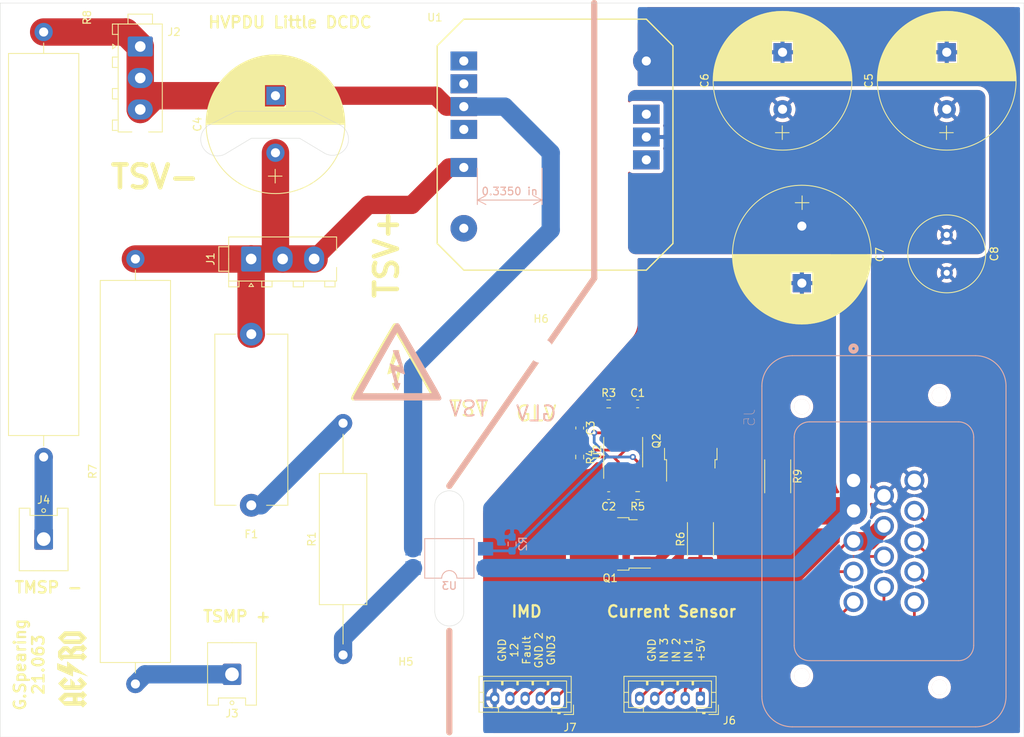
<source format=kicad_pcb>
(kicad_pcb (version 20171130) (host pcbnew 5.1.7-a382d34a8~88~ubuntu18.04.1)
  (layers (0 F.Cu signal) (31 B.Cu signal) (34 B.Paste user) (35 F.Paste user) (36 B.SilkS user) (37 F.SilkS user) (38 B.Mask user) (39 F.Mask user) (44 Edge.Cuts user))
  (net 0 "")
  (net 1 GND)
  (net 2 "Net-(C1-Pad1)")
  (net 3 /TSAL_on_HVPDU/pass)
  (net 4 VCC)
  (net 5 /TSV-)
  (net 6 /TSV+)
  (net 7 /+DCDC_OUT)
  (net 8 /TSAL_TSV+)
  (net 9 /TSV+_TSMP)
  (net 10 /TSV-_TSMP)
  (net 11 /GND_Electric)
  (net 12 /GND_Chassis)
  (net 13 GNDREF)
  (net 14 /INPUT2)
  (net 15 /INPUT1)
  (net 16 +5V)
  (net 17 /Fault_IND)
  (net 18 +12V)
  (net 19 "Net-(Q1-Pad2)")
  (net 20 "Net-(Q1-Pad1)")
  (net 21 /RED_ON_GND)
  (net 22 "Net-(R1-Pad1)")
  (net 23 "Net-(R3-Pad2)")
  (net 24 /TSAL_on_HVPDU/555_OUT)
  (net 25 /INPUT3)
  (net 26 "Net-(Q2-Pad2)")
  (module AERO_CUSTOM:AERO_Logo_10x4mm (layer F.Cu) (at 80.645 113.03 90)
    (fp_text reference G*** hide)
    (fp_text value LOGO hide)
  )
  (module AERO_Logo:hv_big (layer B.Cu) (at 123.825 78.105 180)
    (fp_text reference Ref** hide)
    (fp_text value Val** hide)
  )
  (module AERO_Logo:hv_big (layer F.Cu) (at 122.555 78.105)
    (fp_text reference Ref** hide)
    (fp_text value Val** hide)
  )
  (module Resistor_SMD:R_2512_6332Metric_Pad1.40x3.35mm_HandSolder (layer F.Cu) (at 173.355 87.63 270)
    (fp_text reference R9 (at 0 -2.62 90) (layer F.SilkS))
    (fp_text value 1.0)
    (pad 2 smd roundrect (at 3.05 0 270) (size 1.4 3.35) (layers F.Cu F.Paste F.Mask) (roundrect_rratio 0.178571) (net 21 /RED_ON_GND))
    (pad 1 smd roundrect (at -3.05 0 270) (size 1.4 3.35) (layers F.Cu F.Paste F.Mask) (roundrect_rratio 0.178571) (net 26 "Net-(Q2-Pad2)"))
  )
  (module AERO_CUSTOM:EPM1510SJ (layer F.Cu) (at 132.08 33.02)
    (fp_text reference U1 (at -3.81 -5.715) (layer F.SilkS))
    (fp_text value EPM1510SJ)
    (pad 8 thru_hole rect (at 0 0) (size 3.5 2.5) (drill 1.2) (layers *.Cu *.Mask))
    (pad 14 thru_hole custom (at 0 22) (size 3.5 3.5) (drill 1.2) (layers *.Cu *.Mask) (options (clearance outline) (anchor circle)) (primitives))
    (pad 9 thru_hole rect (at 0 3) (size 3.5 2.5) (drill 1.2) (layers *.Cu *.Mask))
    (pad 10 thru_hole rect (at 0 6) (size 3.5 2.5) (drill 1.2) (layers *.Cu *.Mask) (net 5 /TSV-))
    (pad 11 thru_hole rect (at 0 9) (size 3.5 2.5) (drill 1.2) (layers *.Cu *.Mask))
    (pad 12 thru_hole rect (at 0 14) (size 3.5 2.5) (drill 1.2) (layers *.Cu *.Mask) (net 6 /TSV+))
    (pad 7 thru_hole custom (at 24 0) (size 3.5 3.5) (drill 1.2) (layers *.Cu *.Mask) (net 1 GND) (options (clearance outline) (anchor circle)) (primitives))
    (pad 6 thru_hole rect (at 24 7) (size 3.5 2.5) (drill 1.2) (layers *.Cu *.Mask))
    (pad 5 thru_hole rect (at 24 10) (size 3.5 2.5) (drill 1.2) (layers *.Cu *.Mask) (net 7 /+DCDC_OUT))
    (pad 4 thru_hole rect (at 24 13) (size 3.5 2.5) (drill 1.2) (layers *.Cu *.Mask))
  )
  (module AERO_CUSTOM:TE_1-776262-1_14pin_Vertical (layer B.Cu) (at 187.325 96.17 270)
    (fp_text reference J5 (at -16.2708 17.6691 90) (layer B.SilkS) (effects (font (size 1.40128 1.40128) (thickness 0.05)) (justify mirror)))
    (fp_text value Conn_01x14 hide)
    (pad Hole np_thru_hole circle (at 19.2 -7.3 270) (size 2 2) (drill 2) (layers *.Cu *.Mask B.SilkS))
    (pad Hole np_thru_hole circle (at -19.2 -7.3 270) (size 2 2) (drill 2) (layers *.Cu *.Mask B.SilkS))
    (pad Hole np_thru_hole circle (at 17.7 10.8 270) (size 2 2) (drill 2) (layers *.Cu *.Mask B.SilkS))
    (pad Hole np_thru_hole circle (at -17.7 10.8 270) (size 2 2) (drill 2) (layers *.Cu *.Mask B.SilkS))
    (pad 14 thru_hole circle (at 8 -4 270) (size 2.625 2.625) (drill 1.75) (layers *.Cu *.Mask) (net 25 /INPUT3))
    (pad 13 thru_hole circle (at 4 -4 270) (size 2.625 2.625) (drill 1.75) (layers *.Cu *.Mask) (net 14 /INPUT2))
    (pad 12 thru_hole circle (at 0 -4 270) (size 2.625 2.625) (drill 1.75) (layers *.Cu *.Mask) (net 15 /INPUT1))
    (pad 11 thru_hole circle (at -4 -4 270) (size 2.625 2.625) (drill 1.75) (layers *.Cu *.Mask) (net 16 +5V))
    (pad 10 thru_hole circle (at -8 -4 270) (size 2.625 2.625) (drill 1.75) (layers *.Cu *.Mask) (net 1 GND))
    (pad 9 thru_hole circle (at 6 0 270) (size 2.625 2.625) (drill 1.75) (layers *.Cu *.Mask) (net 13 GNDREF))
    (pad 8 thru_hole circle (at 2 0 270) (size 2.625 2.625) (drill 1.75) (layers *.Cu *.Mask) (net 17 /Fault_IND))
    (pad 7 thru_hole circle (at -2 0 270) (size 2.625 2.625) (drill 1.75) (layers *.Cu *.Mask) (net 18 +12V))
    (pad 6 thru_hole circle (at -6 0 270) (size 2.625 2.625) (drill 1.75) (layers *.Cu *.Mask) (net 1 GND))
    (pad 5 thru_hole circle (at 8 4 270) (size 2.625 2.625) (drill 1.75) (layers *.Cu *.Mask) (net 11 /GND_Electric))
    (pad 4 thru_hole circle (at 4 4 270) (size 2.625 2.625) (drill 1.75) (layers *.Cu *.Mask) (net 12 /GND_Chassis))
    (pad 3 thru_hole circle (at 0 4 270) (size 2.625 2.625) (drill 1.75) (layers *.Cu *.Mask) (net 18 +12V))
    (pad 2 thru_hole circle (at -4 4 270) (size 2.625 2.625) (drill 1.75) (layers *.Cu *.Mask) (net 21 /RED_ON_GND))
    (pad 1 thru_hole rect (at -8 4 270) (size 2.625 2.625) (drill 1.75) (layers *.Cu *.Mask) (net 7 /+DCDC_OUT))
  )
  (module Package_DIP:SMDIP-4_W9.53mm (layer B.Cu) (at 130.175 98.425)
    (fp_text reference U3 (at 0 3.6) (layer B.SilkS) (effects (justify mirror)))
    (fp_text value LTV-817S)
    (pad 4 smd rect (at 4.765 1.27) (size 2 1.78) (layers B.Cu B.Paste B.Mask) (net 7 /+DCDC_OUT))
    (pad 2 smd rect (at -4.765 -1.27) (size 2 1.78) (layers B.Cu B.Paste B.Mask) (net 5 /TSV-))
    (pad 3 smd rect (at 4.765 -1.27) (size 2 1.78) (layers B.Cu B.Paste B.Mask) (net 4 VCC))
    (pad 1 smd rect (at -4.765 1.27) (size 2 1.78) (layers B.Cu B.Paste B.Mask) (net 22 "Net-(R1-Pad1)"))
  )
  (module Package_SO:SOIC-8_3.9x4.9mm_P1.27mm (layer F.Cu) (at 153.035 84.455 90)
    (fp_text reference U2 (at 0 -3.4 90) (layer F.SilkS))
    (fp_text value LM555)
    (pad 8 smd roundrect (at 2.475 -1.905 90) (size 1.95 0.6) (layers F.Cu F.Paste F.Mask) (net 4 VCC))
    (pad 7 smd roundrect (at 2.475 -0.635 90) (size 1.95 0.6) (layers F.Cu F.Paste F.Mask) (net 23 "Net-(R3-Pad2)"))
    (pad 6 smd roundrect (at 2.475 0.635 90) (size 1.95 0.6) (layers F.Cu F.Paste F.Mask) (net 3 /TSAL_on_HVPDU/pass))
    (pad 5 smd roundrect (at 2.475 1.905 90) (size 1.95 0.6) (layers F.Cu F.Paste F.Mask) (net 2 "Net-(C1-Pad1)"))
    (pad 4 smd roundrect (at -2.475 1.905 90) (size 1.95 0.6) (layers F.Cu F.Paste F.Mask) (net 4 VCC))
    (pad 3 smd roundrect (at -2.475 0.635 90) (size 1.95 0.6) (layers F.Cu F.Paste F.Mask) (net 24 /TSAL_on_HVPDU/555_OUT))
    (pad 2 smd roundrect (at -2.475 -0.635 90) (size 1.95 0.6) (layers F.Cu F.Paste F.Mask) (net 3 /TSAL_on_HVPDU/pass))
    (pad 1 smd roundrect (at -2.475 -1.905 90) (size 1.95 0.6) (layers F.Cu F.Paste F.Mask) (net 1 GND))
  )
  (module Resistor_THT:R_Axial_Power_L50.0mm_W9.0mm_P55.88mm (layer F.Cu) (at 76.835 85.09 90)
    (fp_text reference R8 (at 57.785 5.715 90) (layer F.SilkS))
    (fp_text value 10k)
    (pad 2 thru_hole oval (at 55.88 0 90) (size 2.4 2.4) (drill 1.2) (layers *.Cu *.Mask) (net 5 /TSV-))
    (pad 1 thru_hole circle (at 0 0 90) (size 2.4 2.4) (drill 1.2) (layers *.Cu *.Mask) (net 10 /TSV-_TSMP))
  )
  (module Resistor_THT:R_Axial_Power_L50.0mm_W9.0mm_P55.88mm (layer F.Cu) (at 88.9 114.935 90)
    (fp_text reference R7 (at 27.94 -5.62 90) (layer F.SilkS))
    (fp_text value 10k)
    (pad 2 thru_hole oval (at 55.88 0 90) (size 2.4 2.4) (drill 1.2) (layers *.Cu *.Mask) (net 6 /TSV+))
    (pad 1 thru_hole circle (at 0 0 90) (size 2.4 2.4) (drill 1.2) (layers *.Cu *.Mask) (net 9 /TSV+_TSMP))
  )
  (module Resistor_SMD:R_2512_6332Metric_Pad1.40x3.35mm_HandSolder (layer F.Cu) (at 163.195 95.885 90)
    (fp_text reference R6 (at 0 -2.62 90) (layer F.SilkS))
    (fp_text value 0.75)
    (pad 2 smd roundrect (at 3.05 0 90) (size 1.4 3.35) (layers F.Cu F.Paste F.Mask) (roundrect_rratio 0.178571) (net 20 "Net-(Q1-Pad1)"))
    (pad 1 smd roundrect (at -3.05 0 90) (size 1.4 3.35) (layers F.Cu F.Paste F.Mask) (roundrect_rratio 0.178571) (net 1 GND))
  )
  (module Resistor_SMD:R_0603_1608Metric_Pad0.98x0.95mm_HandSolder (layer F.Cu) (at 154.94 90.17 180)
    (fp_text reference R5 (at 0 -1.43) (layer F.SilkS))
    (fp_text value 10k)
    (pad 2 smd roundrect (at 0.9125 0 180) (size 0.975 0.95) (layers F.Cu F.Paste F.Mask) (net 24 /TSAL_on_HVPDU/555_OUT))
    (pad 1 smd roundrect (at -0.9125 0 180) (size 0.975 0.95) (layers F.Cu F.Paste F.Mask) (net 19 "Net-(Q1-Pad2)"))
  )
  (module Resistor_SMD:R_0603_1608Metric_Pad0.98x0.95mm_HandSolder (layer F.Cu) (at 147.32 85.09 270)
    (fp_text reference R4 (at 0 -1.43 90) (layer F.SilkS))
    (fp_text value 235k)
    (pad 2 smd roundrect (at 0.9125 0 270) (size 0.975 0.95) (layers F.Cu F.Paste F.Mask) (net 3 /TSAL_on_HVPDU/pass))
    (pad 1 smd roundrect (at -0.9125 0 270) (size 0.975 0.95) (layers F.Cu F.Paste F.Mask) (net 23 "Net-(R3-Pad2)"))
  )
  (module Resistor_SMD:R_0603_1608Metric_Pad0.98x0.95mm_HandSolder (layer F.Cu) (at 151.13 78.105)
    (fp_text reference R3 (at 0 -1.43) (layer F.SilkS))
    (fp_text value 100k)
    (pad 2 smd roundrect (at 0.9125 0) (size 0.975 0.95) (layers F.Cu F.Paste F.Mask) (net 23 "Net-(R3-Pad2)"))
    (pad 1 smd roundrect (at -0.9125 0) (size 0.975 0.95) (layers F.Cu F.Paste F.Mask) (net 4 VCC))
  )
  (module Resistor_SMD:R_0603_1608Metric_Pad0.98x0.95mm_HandSolder (layer B.Cu) (at 138.43 96.52 90)
    (fp_text reference R2 (at 0 1.43 90) (layer B.SilkS) (effects (justify mirror)))
    (fp_text value 10k)
    (pad 2 smd roundrect (at 0.9125 0 90) (size 0.975 0.95) (layers B.Cu B.Paste B.Mask) (net 1 GND))
    (pad 1 smd roundrect (at -0.9125 0 90) (size 0.975 0.95) (layers B.Cu B.Paste B.Mask) (net 4 VCC))
  )
  (module Resistor_THT:R_Axial_DIN0617_L17.0mm_D6.0mm_P30.48mm_Horizontal (layer F.Cu) (at 116.205 111.125 90)
    (fp_text reference R1 (at 15.24 -4.12 90) (layer F.SilkS))
    (fp_text value 39k)
    (pad 2 thru_hole oval (at 30.48 0 90) (size 2.4 2.4) (drill 1.2) (layers *.Cu *.Mask) (net 8 /TSAL_TSV+))
    (pad 1 thru_hole circle (at 0 0 90) (size 2.4 2.4) (drill 1.2) (layers *.Cu *.Mask) (net 22 "Net-(R1-Pad1)"))
  )
  (module Package_TO_SOT_SMD:TO-252-3_TabPin2 (layer F.Cu) (at 161.925 82.975 90)
    (fp_text reference Q2 (at 0 -4.5 90) (layer F.SilkS))
    (fp_text value 040N03LG)
    (pad 2 smd rect (at 2.1 0 90) (size 6.4 5.8) (layers F.Cu F.Mask) (net 26 "Net-(Q2-Pad2)"))
    (pad 3 smd rect (at -4.2 2.28 90) (size 2.2 1.2) (layers F.Cu F.Paste F.Mask) (net 20 "Net-(Q1-Pad1)"))
    (pad 2 smd rect (at -4.2 0 90) (size 2.2 1.2) (layers F.Cu F.Paste F.Mask) (net 26 "Net-(Q2-Pad2)"))
    (pad 1 smd rect (at -4.2 -2.28 90) (size 2.2 1.2) (layers F.Cu F.Paste F.Mask) (net 19 "Net-(Q1-Pad2)"))
  )
  (module Package_TO_SOT_SMD:TO-252-3_TabPin2 (layer F.Cu) (at 151.325 96.52 180)
    (fp_text reference Q1 (at 0 -4.5) (layer F.SilkS))
    (fp_text value 040N03LG)
    (pad 2 smd rect (at 2.1 0 180) (size 6.4 5.8) (layers F.Cu F.Mask) (net 19 "Net-(Q1-Pad2)"))
    (pad 3 smd rect (at -4.2 2.28 180) (size 2.2 1.2) (layers F.Cu F.Paste F.Mask) (net 1 GND))
    (pad 2 smd rect (at -4.2 0 180) (size 2.2 1.2) (layers F.Cu F.Paste F.Mask) (net 19 "Net-(Q1-Pad2)"))
    (pad 1 smd rect (at -4.2 -2.28 180) (size 2.2 1.2) (layers F.Cu F.Paste F.Mask) (net 20 "Net-(Q1-Pad1)"))
  )
  (module Connector_JST:JST_PH_B5B-PH-K_1x05_P2.00mm_Vertical (layer F.Cu) (at 144.145 116.84 180)
    (fp_text reference J7 (at -1.905 -3.81) (layer F.SilkS))
    (fp_text value Conn_01x05)
    (pad 5 thru_hole oval (at 8 0 180) (size 1.2 1.75) (drill 0.75) (layers *.Cu *.Mask) (net 1 GND))
    (pad 4 thru_hole oval (at 6 0 180) (size 1.2 1.75) (drill 0.75) (layers *.Cu *.Mask) (net 18 +12V))
    (pad 3 thru_hole oval (at 4 0 180) (size 1.2 1.75) (drill 0.75) (layers *.Cu *.Mask) (net 17 /Fault_IND))
    (pad 2 thru_hole oval (at 2 0 180) (size 1.2 1.75) (drill 0.75) (layers *.Cu *.Mask) (net 12 /GND_Chassis))
    (pad 1 thru_hole roundrect (at 0 0 180) (size 1.2 1.75) (drill 0.75) (layers *.Cu *.Mask) (roundrect_rratio 0.208333) (net 11 /GND_Electric))
  )
  (module Connector_JST:JST_PH_B5B-PH-K_1x05_P2.00mm_Vertical (layer F.Cu) (at 163.195 116.84 180)
    (fp_text reference J6 (at -3.81 -2.9) (layer F.SilkS))
    (fp_text value Conn_01x05)
    (pad 5 thru_hole oval (at 8 0 180) (size 1.2 1.75) (drill 0.75) (layers *.Cu *.Mask) (net 13 GNDREF))
    (pad 4 thru_hole oval (at 6 0 180) (size 1.2 1.75) (drill 0.75) (layers *.Cu *.Mask) (net 25 /INPUT3))
    (pad 3 thru_hole oval (at 4 0 180) (size 1.2 1.75) (drill 0.75) (layers *.Cu *.Mask) (net 14 /INPUT2))
    (pad 2 thru_hole oval (at 2 0 180) (size 1.2 1.75) (drill 0.75) (layers *.Cu *.Mask) (net 15 /INPUT1))
    (pad 1 thru_hole roundrect (at 0 0 180) (size 1.2 1.75) (drill 0.75) (layers *.Cu *.Mask) (roundrect_rratio 0.208333) (net 16 +5V))
  )
  (module Connector_Hirose:Hirose_DF63M-1P-3.96DSA_1x01_P3.96mm_Vertical (layer F.Cu) (at 76.835 95.885)
    (fp_text reference J4 (at 0 -5.15) (layer F.SilkS))
    (fp_text value DF22)
    (pad "" np_thru_hole circle (at -1.5 3.25) (size 1.6 1.6) (drill 1.6) (layers *.Cu *.Mask))
    (pad 1 thru_hole roundrect (at 0 0) (size 2.46 2.8) (drill 1.8) (layers *.Cu *.Mask) (roundrect_rratio 0.101626) (net 10 /TSV-_TSMP))
  )
  (module Connector_Hirose:Hirose_DF63M-1P-3.96DSA_1x01_P3.96mm_Vertical (layer F.Cu) (at 101.6 113.665 180)
    (fp_text reference J3 (at 0 -5.15) (layer F.SilkS))
    (fp_text value DF22)
    (pad "" np_thru_hole circle (at -1.5 3.25 180) (size 1.6 1.6) (drill 1.6) (layers *.Cu *.Mask))
    (pad 1 thru_hole roundrect (at 0 0 180) (size 2.46 2.8) (drill 1.8) (layers *.Cu *.Mask) (roundrect_rratio 0.101626) (net 9 /TSV+_TSMP))
  )
  (module Connector_TE-Connectivity:TE_MATE-N-LOK_1-770870-x_1x03_P4.14mm_Vertical (layer F.Cu) (at 89.535 31.115)
    (fp_text reference J2 (at 4.445 -1.905) (layer F.SilkS))
    (fp_text value TE_Connector)
    (pad "" np_thru_hole circle (at 0 12.72) (size 3.18 3.18) (drill 3.18) (layers *.Cu *.Mask))
    (pad 3 thru_hole oval (at 0 8.28) (size 3.3 2.64) (drill 1.4) (layers *.Cu *.Mask) (net 5 /TSV-))
    (pad 2 thru_hole oval (at 0 4.14) (size 3.3 2.64) (drill 1.4) (layers *.Cu *.Mask) (net 5 /TSV-))
    (pad 1 thru_hole roundrect (at 0 0) (size 3.3 2.64) (drill 1.4) (layers *.Cu *.Mask) (roundrect_rratio 0.094697) (net 5 /TSV-))
  )
  (module Connector_TE-Connectivity:TE_MATE-N-LOK_1-770870-x_1x03_P4.14mm_Vertical (layer F.Cu) (at 104.12 59.055 90)
    (fp_text reference J1 (at 0 -5.34 90) (layer F.SilkS))
    (fp_text value TE_Connector)
    (pad "" np_thru_hole circle (at 0 12.72 90) (size 3.18 3.18) (drill 3.18) (layers *.Cu *.Mask))
    (pad 3 thru_hole oval (at 0 8.28 90) (size 3.3 2.64) (drill 1.4) (layers *.Cu *.Mask) (net 6 /TSV+))
    (pad 2 thru_hole oval (at 0 4.14 90) (size 3.3 2.64) (drill 1.4) (layers *.Cu *.Mask) (net 6 /TSV+))
    (pad 1 thru_hole roundrect (at 0 0 90) (size 3.3 2.64) (drill 1.4) (layers *.Cu *.Mask) (roundrect_rratio 0.094697) (net 6 /TSV+))
  )
  (module MountingHole:MountingHole_3.2mm_M3 (layer F.Cu) (at 142.24 71.12)
    (fp_text reference H6 (at 0 -4.2) (layer F.SilkS))
    (fp_text value M3)
    (pad 1 np_thru_hole circle (at 0 0) (size 3.2 3.2) (drill 3.2) (layers *.Cu *.Mask))
  )
  (module MountingHole:MountingHole_3.2mm_M3 (layer F.Cu) (at 124.46 116.205)
    (fp_text reference H5 (at 0 -4.2) (layer F.SilkS))
    (fp_text value M3)
    (pad 1 np_thru_hole circle (at 0 0) (size 3.2 3.2) (drill 3.2) (layers *.Cu *.Mask))
  )
  (module AERO_CUSTOM:Fuseholder_Cylinder-5x20mm_Schurter_0031_8201_Horizontal_Open_3d (layer F.Cu) (at 104.14 91.44 90)
    (fp_text reference F1 (at -3.81 0) (layer F.SilkS))
    (fp_text value 0ADK-2.5A)
    (pad 1 thru_hole circle (at 0 0 90) (size 3 3) (drill 1.3) (layers *.Cu *.Mask) (net 8 /TSAL_TSV+))
    (pad 2 thru_hole circle (at 22.5 0 90) (size 3 3) (drill 1.3) (layers *.Cu *.Mask) (net 6 /TSV+))
    (pad "" np_thru_hole circle (at 11.25 0 90) (size 2.7 2.7) (drill 2.7) (layers *.Cu *.Mask))
  )
  (module Capacitor_THT:C_Radial_D10.0mm_H12.5mm_P5.00mm (layer F.Cu) (at 195.58 55.88 270)
    (fp_text reference C8 (at 2.5 -6.25 90) (layer F.SilkS))
    (fp_text value "0.1uF 50V")
    (pad 2 thru_hole circle (at 5 0 270) (size 1.6 1.6) (drill 0.8) (layers *.Cu *.Mask) (net 1 GND))
    (pad 1 thru_hole circle (at 0 0 270) (size 1.6 1.6) (drill 0.8) (layers *.Cu *.Mask) (net 7 /+DCDC_OUT))
  )
  (module AERO_CUSTOM:CAP_18x25_NICH (layer F.Cu) (at 176.53 54.73 270)
    (fp_text reference C7 (at 3.75 -10.25 90) (layer F.SilkS))
    (fp_text value "47uF 25V")
    (pad 2 thru_hole rect (at 7.5 0 270) (size 2.4 2.4) (drill 1.2) (layers *.Cu *.Mask) (net 1 GND))
    (pad 1 thru_hole circle (at 0 0 270) (size 2.4 2.4) (drill 1.2) (layers *.Cu *.Mask) (net 7 /+DCDC_OUT))
  )
  (module AERO_CUSTOM:CAP_18x25_NICH (layer F.Cu) (at 173.99 39.37 90)
    (fp_text reference C6 (at 3.75 -10.25 90) (layer F.SilkS))
    (fp_text value "330uF 25V")
    (pad 2 thru_hole rect (at 7.5 0 90) (size 2.4 2.4) (drill 1.2) (layers *.Cu *.Mask) (net 1 GND))
    (pad 1 thru_hole circle (at 0 0 90) (size 2.4 2.4) (drill 1.2) (layers *.Cu *.Mask) (net 7 /+DCDC_OUT))
  )
  (module AERO_CUSTOM:CAP_18x25_NICH (layer F.Cu) (at 195.58 39.37 90)
    (fp_text reference C5 (at 3.75 -10.25 90) (layer F.SilkS))
    (fp_text value "330uF 25V")
    (pad 2 thru_hole rect (at 7.5 0 90) (size 2.4 2.4) (drill 1.2) (layers *.Cu *.Mask) (net 1 GND))
    (pad 1 thru_hole circle (at 0 0 90) (size 2.4 2.4) (drill 1.2) (layers *.Cu *.Mask) (net 7 /+DCDC_OUT))
  )
  (module AERO_CUSTOM:CAP_18x25_NICH (layer F.Cu) (at 107.315 45.085 90)
    (fp_text reference C4 (at 3.75 -10.25 90) (layer F.SilkS))
    (fp_text value "33uF 450V")
    (pad 2 thru_hole rect (at 7.5 0 90) (size 2.4 2.4) (drill 1.2) (layers *.Cu *.Mask) (net 5 /TSV-))
    (pad 1 thru_hole circle (at 0 0 90) (size 2.4 2.4) (drill 1.2) (layers *.Cu *.Mask) (net 6 /TSV+))
  )
  (module Capacitor_SMD:C_0603_1608Metric_Pad1.08x0.95mm_HandSolder (layer F.Cu) (at 147.32 81.28 270)
    (fp_text reference C3 (at 0 -1.43 90) (layer F.SilkS))
    (fp_text value 0.1u)
    (pad 2 smd roundrect (at 0.8625 0 270) (size 1.075 0.95) (layers F.Cu F.Paste F.Mask) (net 1 GND))
    (pad 1 smd roundrect (at -0.8625 0 270) (size 1.075 0.95) (layers F.Cu F.Paste F.Mask) (net 4 VCC))
  )
  (module Capacitor_SMD:C_0603_1608Metric_Pad1.08x0.95mm_HandSolder (layer F.Cu) (at 151.13 90.17 180)
    (fp_text reference C2 (at 0 -1.43) (layer F.SilkS))
    (fp_text value 1u)
    (pad 2 smd roundrect (at 0.8625 0 180) (size 1.075 0.95) (layers F.Cu F.Paste F.Mask) (net 1 GND))
    (pad 1 smd roundrect (at -0.8625 0 180) (size 1.075 0.95) (layers F.Cu F.Paste F.Mask) (net 3 /TSAL_on_HVPDU/pass))
  )
  (module Capacitor_SMD:C_0603_1608Metric_Pad1.08x0.95mm_HandSolder (layer F.Cu) (at 154.94 78.105)
    (fp_text reference C1 (at 0 -1.43) (layer F.SilkS))
    (fp_text value 0.1u)
    (pad 2 smd roundrect (at 0.8625 0) (size 1.075 0.95) (layers F.Cu F.Paste F.Mask) (net 1 GND))
    (pad 1 smd roundrect (at -0.8625 0) (size 1.075 0.95) (layers F.Cu F.Paste F.Mask) (net 2 "Net-(C1-Pad1)"))
  )
  (gr_text "GND\nIN 3\nIN 2\nIN 1\n+5V" (at 160.02 110.49 90) (layer F.SilkS) (effects (font (size 1 1))))
  (gr_text "GND\n12\nFault\nGND 2\nGND3" (at 140.335 110.49 90) (layer F.SilkS) (effects (font (size 1 1))))
  (gr_text "Current Sensor" (at 159.385 105.41) (layer F.SilkS) (effects (font (size 1.5 1.5) (thickness 0.3))))
  (gr_text IMD (at 140.335 105.41) (layer F.SilkS) (effects (font (size 1.5 1.5) (thickness 0.3))))
  (gr_text "TMSP -" (at 77.47 102.235) (layer F.SilkS) (effects (font (size 1.5 1.5) (thickness 0.3))))
  (gr_text "TSMP +" (at 102.235 106.045) (layer F.SilkS) (effects (font (size 1.5 1.5) (thickness 0.3))))
  (gr_text "G.Spearing\n21.063" (at 74.93 112.395 90) (layer F.SilkS) (effects (font (size 1.5 1.5) (thickness 0.3))))
  (gr_text "HVPDU Little DCDC" (at 109.22 27.94) (layer F.SilkS) (effects (font (size 1.5 1.5) (thickness 0.3))))
  (gr_line (start 130.175 107.95) (end 130.175 121.285) (layer B.SilkS) (width 0.8))
  (gr_line (start 149.225 25.4) (end 149.225 61.595) (layer B.SilkS) (width 0.8))
  (gr_line (start 130.175 88.9) (end 149.225 61.595) (layer B.SilkS) (width 0.8))
  (gr_text GLV (at 141.605 79.375) (layer B.SilkS) (effects (font (size 2 2) (thickness 0.25)) (justify mirror)))
  (gr_text TSV (at 132.715 78.74) (layer B.SilkS) (effects (font (size 2 2) (thickness 0.25)) (justify mirror)))
  (gr_text GLV (at 141.605 79.375) (layer F.SilkS) (effects (font (size 2 2) (thickness 0.25))))
  (gr_text TSV (at 132.715 78.74) (layer F.SilkS) (effects (font (size 2 2) (thickness 0.25))))
  (gr_line (start 149.225 61.595) (end 149.225 25.4) (layer F.SilkS) (width 0.8))
  (gr_line (start 130.175 88.9) (end 149.225 61.595) (layer F.SilkS) (width 0.8))
  (gr_line (start 130.175 121.285) (end 130.175 107.95) (layer F.SilkS) (width 0.8))
  (gr_text TSV- (at 91.44 48.26) (layer F.SilkS) (effects (font (size 3 3) (thickness 0.6))))
  (gr_text TSV+ (at 121.92 58.42 90) (layer F.SilkS) (effects (font (size 3 3) (thickness 0.6))))
  (dimension 8.509 (width 0.12) (layer B.SilkS) (gr_text "8.509 mm" (at 138.1125 52.577999) (layer B.SilkS) (effects (font (size 1 1) (thickness 0.15)))) (feature1 (pts (xy 142.367 47.117) (xy 142.367 51.89442))) (feature2 (pts (xy 133.858 47.117) (xy 133.858 51.89442))) (crossbar (pts (xy 133.858 51.307999) (xy 142.367 51.307999))) (arrow1a (pts (xy 142.367 51.307999) (xy 141.240496 51.89442))) (arrow1b (pts (xy 142.367 51.307999) (xy 141.240496 50.721578))) (arrow2a (pts (xy 133.858 51.307999) (xy 134.984504 51.89442))) (arrow2b (pts (xy 133.858 51.307999) (xy 134.984504 50.721578))))
  (gr_line (start 102.108 39.624) (end 98.409852 41.539921) (layer Edge.Cuts) (width 0.05))
  (gr_arc (start 99.679851 43.31792) (end 98.409852 41.539921) (angle -180.4896956) (layer Edge.Cuts) (width 0.05))
  (gr_line (start 115.895489 41.494517) (end 112.268 39.624) (layer Edge.Cuts) (width 0.05))
  (gr_arc (start 114.808 43.307) (end 113.665001 45.084999) (angle -181.7714697) (layer Edge.Cuts) (width 0.05))
  (gr_line (start 102.616 39.624) (end 102.108 39.624) (layer Edge.Cuts) (width 0.05))
  (gr_line (start 112.268 39.624) (end 102.616 39.624) (layer Edge.Cuts) (width 0.05))
  (gr_line (start 110.49 43.18) (end 113.665 45.085) (layer Edge.Cuts) (width 0.05))
  (gr_line (start 104.14 43.18) (end 110.49 43.18) (layer Edge.Cuts) (width 0.05))
  (gr_line (start 100.965 45.085) (end 104.14 43.18) (layer Edge.Cuts) (width 0.05))
  (gr_arc (start 130.175 91.44) (end 132.08 91.44) (angle -180) (layer Edge.Cuts) (width 0.05))
  (gr_arc (start 130.175 105.41) (end 128.27 105.41) (angle -180) (layer Edge.Cuts) (width 0.05))
  (gr_line (start 132.08 91.44) (end 132.08 105.41) (layer Edge.Cuts) (width 0.05))
  (gr_line (start 128.27 105.41) (end 128.27 91.44) (layer Edge.Cuts) (width 0.05))
  (gr_line (start 71.12 25.4) (end 205.74 25.4) (layer Edge.Cuts) (width 0.05))
  (gr_line (start 71.12 121.92) (end 71.12 25.4) (layer Edge.Cuts) (width 0.05))
  (gr_line (start 205.74 121.92) (end 71.12 121.92) (layer Edge.Cuts) (width 0.05))
  (gr_line (start 205.74 25.4) (end 205.74 121.92) (layer Edge.Cuts) (width 0.05))
  (segment (start 154.0775 78.105) (end 154.0775 79.1475) (width 0.36) (layer F.Cu) (net 2))
  (segment (start 154.94 80.01) (end 154.94 81.98) (width 0.36) (layer F.Cu) (net 2))
  (segment (start 154.0775 79.1475) (end 154.94 80.01) (width 0.36) (layer F.Cu) (net 2))
  (segment (start 147.32 86.0025) (end 148.3125 86.0025) (width 0.36) (layer F.Cu) (net 3))
  (segment (start 148.3125 86.0025) (end 149.225 85.09) (width 0.36) (layer F.Cu) (net 3))
  (segment (start 149.225 85.09) (end 151.765 85.09) (width 0.36) (layer F.Cu) (net 3))
  (segment (start 152.4 85.725) (end 152.4 86.93) (width 0.36) (layer F.Cu) (net 3))
  (segment (start 151.765 85.09) (end 152.4 85.725) (width 0.36) (layer F.Cu) (net 3))
  (segment (start 151.765 85.09) (end 152.4 85.09) (width 0.36) (layer F.Cu) (net 3))
  (segment (start 153.67 83.82) (end 153.67 81.98) (width 0.36) (layer F.Cu) (net 3))
  (segment (start 152.4 85.09) (end 153.67 83.82) (width 0.36) (layer F.Cu) (net 3))
  (segment (start 152.4 89.7625) (end 151.9925 90.17) (width 0.36) (layer F.Cu) (net 3))
  (segment (start 152.4 86.93) (end 152.4 89.7625) (width 0.36) (layer F.Cu) (net 3))
  (segment (start 154.94 86.93) (end 154.94 85.725) (width 0.36) (layer F.Cu) (net 4))
  (via (at 154.305 85.09) (size 0.8) (drill 0.4) (layers F.Cu B.Cu) (net 4))
  (segment (start 154.94 85.725) (end 154.305 85.09) (width 0.36) (layer F.Cu) (net 4))
  (segment (start 154.305 85.09) (end 151.13 85.09) (width 0.36) (layer B.Cu) (net 4))
  (segment (start 151.13 85.09) (end 149.86 83.82) (width 0.36) (layer B.Cu) (net 4))
  (via (at 149.225 81.915) (size 0.8) (drill 0.4) (layers F.Cu B.Cu) (net 4))
  (segment (start 149.86 83.82) (end 149.225 83.185) (width 0.36) (layer B.Cu) (net 4))
  (segment (start 149.225 83.185) (end 149.225 81.915) (width 0.36) (layer B.Cu) (net 4))
  (segment (start 151.065 81.915) (end 151.13 81.98) (width 0.36) (layer F.Cu) (net 4))
  (segment (start 149.225 81.915) (end 151.065 81.915) (width 0.36) (layer F.Cu) (net 4))
  (segment (start 147.32 80.4175) (end 148.8175 80.4175) (width 0.36) (layer F.Cu) (net 4))
  (segment (start 150.2175 79.0175) (end 150.2175 78.105) (width 0.36) (layer F.Cu) (net 4))
  (segment (start 148.8175 80.4175) (end 150.2175 79.0175) (width 0.36) (layer F.Cu) (net 4))
  (segment (start 149.5675 80.4175) (end 151.13 81.98) (width 0.36) (layer F.Cu) (net 4))
  (segment (start 148.8175 80.4175) (end 149.5675 80.4175) (width 0.36) (layer F.Cu) (net 4))
  (segment (start 150.7725 85.09) (end 138.43 97.4325) (width 0.36) (layer B.Cu) (net 4))
  (segment (start 151.13 85.09) (end 150.7725 85.09) (width 0.36) (layer B.Cu) (net 4))
  (segment (start 135.2175 97.4325) (end 134.94 97.155) (width 0.36) (layer B.Cu) (net 4))
  (segment (start 138.43 97.4325) (end 135.2175 97.4325) (width 0.36) (layer B.Cu) (net 4))
  (segment (start 89.535 31.115) (end 89.535 39.395) (width 3.6) (layer F.Cu) (net 5))
  (segment (start 87.63 29.21) (end 89.535 31.115) (width 3.6) (layer F.Cu) (net 5))
  (segment (start 76.835 29.21) (end 87.63 29.21) (width 3.6) (layer F.Cu) (net 5))
  (segment (start 91.345 37.585) (end 89.535 39.395) (width 3.6) (layer F.Cu) (net 5))
  (segment (start 107.315 37.585) (end 91.345 37.585) (width 3.6) (layer F.Cu) (net 5))
  (segment (start 132.08 39.02) (end 129.825 39.02) (width 2.4) (layer F.Cu) (net 5))
  (segment (start 128.39 37.585) (end 107.315 37.585) (width 2.4) (layer F.Cu) (net 5))
  (segment (start 129.825 39.02) (end 128.39 37.585) (width 2.4) (layer F.Cu) (net 5))
  (segment (start 132.08 39.02) (end 137.445 39.02) (width 2.4) (layer B.Cu) (net 5))
  (segment (start 137.445 39.02) (end 143.51 45.085) (width 2.4) (layer B.Cu) (net 5))
  (segment (start 143.51 45.085) (end 143.51 55.245) (width 2.4) (layer B.Cu) (net 5))
  (segment (start 125.41 73.345) (end 125.41 97.094991) (width 2.4) (layer B.Cu) (net 5))
  (segment (start 143.51 55.245) (end 125.41 73.345) (width 2.4) (layer B.Cu) (net 5))
  (segment (start 104.115 59.055) (end 112.395 59.055) (width 3.6) (layer F.Cu) (net 6))
  (segment (start 104.115 68.915) (end 104.14 68.94) (width 3.6) (layer F.Cu) (net 6))
  (segment (start 104.115 59.055) (end 104.115 68.915) (width 3.6) (layer F.Cu) (net 6))
  (segment (start 88.9 59.055) (end 104.12 59.055) (width 3.6) (layer F.Cu) (net 6))
  (segment (start 107.315 58.11) (end 108.26 59.055) (width 3.6) (layer F.Cu) (net 6))
  (segment (start 107.315 45.085) (end 107.315 58.11) (width 3.6) (layer F.Cu) (net 6))
  (segment (start 132.08 47.02) (end 130.145 47.02) (width 2.4) (layer F.Cu) (net 6))
  (segment (start 130.145 47.02) (end 125.222 51.943) (width 2.4) (layer F.Cu) (net 6))
  (segment (start 119.512 51.943) (end 112.4 59.055) (width 2.4) (layer F.Cu) (net 6))
  (segment (start 125.222 51.943) (end 119.512 51.943) (width 2.4) (layer F.Cu) (net 6))
  (segment (start 175.8 99.695) (end 183.325 92.17) (width 2.4) (layer B.Cu) (net 7))
  (segment (start 134.94 99.695) (end 175.8 99.695) (width 2.4) (layer B.Cu) (net 7))
  (segment (start 183.325 92.17) (end 183.325 88.17) (width 2.4) (layer B.Cu) (net 7))
  (segment (start 176.53 54.73) (end 179.19 54.73) (width 3.6) (layer F.Cu) (net 7))
  (segment (start 183.325 54.96) (end 183.325 88.265) (width 3.6) (layer F.Cu) (net 7))
  (segment (start 179.19 54.73) (end 183.325 58.865) (width 3.6) (layer F.Cu) (net 7))
  (segment (start 176.53 54.73) (end 179.19 54.73) (width 3.6) (layer B.Cu) (net 7))
  (segment (start 183.325 58.865) (end 183.325 92.17) (width 3.6) (layer B.Cu) (net 7))
  (segment (start 179.19 54.73) (end 183.325 58.865) (width 3.6) (layer B.Cu) (net 7))
  (segment (start 105.41 91.44) (end 116.205 80.645) (width 2.4) (layer B.Cu) (net 8))
  (segment (start 104.14 91.44) (end 105.41 91.44) (width 2.4) (layer B.Cu) (net 8))
  (segment (start 90.17 113.665) (end 88.9 114.935) (width 2.4) (layer B.Cu) (net 9))
  (segment (start 101.6 113.665) (end 90.17 113.665) (width 2.4) (layer B.Cu) (net 9))
  (segment (start 76.835 95.885) (end 76.835 85.09) (width 2.4) (layer B.Cu) (net 10))
  (segment (start 144.145 116.84) (end 152.4 108.585) (width 0.36) (layer F.Cu) (net 11))
  (segment (start 178.91 108.585) (end 183.325 104.17) (width 0.36) (layer F.Cu) (net 11))
  (segment (start 152.4 108.585) (end 178.91 108.585) (width 0.36) (layer F.Cu) (net 11))
  (segment (start 142.145 116.84) (end 151.035 107.95) (width 0.36) (layer F.Cu) (net 12))
  (segment (start 151.035 107.95) (end 172.72 107.95) (width 0.36) (layer F.Cu) (net 12))
  (segment (start 180.5 100.17) (end 183.325 100.17) (width 0.36) (layer F.Cu) (net 12))
  (segment (start 172.72 107.95) (end 180.5 100.17) (width 0.36) (layer F.Cu) (net 12))
  (segment (start 155.195 116.84) (end 162.815 109.22) (width 0.36) (layer F.Cu) (net 13))
  (segment (start 162.815 109.22) (end 183.515 109.22) (width 0.36) (layer F.Cu) (net 13))
  (segment (start 187.325 105.41) (end 187.325 102.17) (width 0.36) (layer F.Cu) (net 13))
  (segment (start 183.515 109.22) (end 187.325 105.41) (width 0.36) (layer F.Cu) (net 13))
  (segment (start 159.195 116.565) (end 165.27 110.49) (width 0.36) (layer F.Cu) (net 14))
  (segment (start 159.195 116.84) (end 159.195 116.565) (width 0.36) (layer F.Cu) (net 14))
  (segment (start 165.27 110.49) (end 191.135 110.49) (width 0.36) (layer F.Cu) (net 14))
  (segment (start 191.135 110.49) (end 194.31 107.315) (width 0.36) (layer F.Cu) (net 14))
  (segment (start 194.31 103.155) (end 191.325 100.17) (width 0.36) (layer F.Cu) (net 14))
  (segment (start 194.31 107.315) (end 194.31 103.155) (width 0.36) (layer F.Cu) (net 14))
  (segment (start 161.195 115.605) (end 165.675 111.125) (width 0.36) (layer F.Cu) (net 15))
  (segment (start 161.195 116.84) (end 161.195 115.605) (width 0.36) (layer F.Cu) (net 15))
  (segment (start 194.87001 99.71501) (end 191.325 96.17) (width 0.36) (layer F.Cu) (net 15))
  (segment (start 194.87001 107.546963) (end 194.87001 99.71501) (width 0.36) (layer F.Cu) (net 15))
  (segment (start 165.675 111.125) (end 191.291973 111.125) (width 0.36) (layer F.Cu) (net 15))
  (segment (start 191.291973 111.125) (end 194.87001 107.546963) (width 0.36) (layer F.Cu) (net 15))
  (segment (start 163.195 116.84) (end 163.195 115.57) (width 0.36) (layer F.Cu) (net 16))
  (segment (start 163.195 115.57) (end 167.005 111.76) (width 0.36) (layer F.Cu) (net 16))
  (segment (start 195.43002 96.27502) (end 191.325 92.17) (width 0.36) (layer F.Cu) (net 16))
  (segment (start 195.43002 107.778926) (end 195.43002 96.27502) (width 0.36) (layer F.Cu) (net 16))
  (segment (start 167.005 111.76) (end 191.448946 111.76) (width 0.36) (layer F.Cu) (net 16))
  (segment (start 191.448946 111.76) (end 195.43002 107.778926) (width 0.36) (layer F.Cu) (net 16))
  (segment (start 140.145 116.84) (end 149.67 107.315) (width 0.36) (layer F.Cu) (net 17))
  (segment (start 181.708028 98.17) (end 187.325 98.17) (width 0.36) (layer F.Cu) (net 17))
  (segment (start 149.67 107.315) (end 172.563028 107.315) (width 0.36) (layer F.Cu) (net 17))
  (segment (start 172.563028 107.315) (end 181.708028 98.17) (width 0.36) (layer F.Cu) (net 17))
  (segment (start 182.595 96.17) (end 183.325 96.17) (width 0.36) (layer F.Cu) (net 18))
  (segment (start 172.085 106.68) (end 182.595 96.17) (width 0.36) (layer F.Cu) (net 18))
  (segment (start 138.145 116.84) (end 148.305 106.68) (width 0.36) (layer F.Cu) (net 18))
  (segment (start 148.305 106.68) (end 172.085 106.68) (width 0.36) (layer F.Cu) (net 18))
  (segment (start 185.325 96.17) (end 187.325 94.17) (width 2.4) (layer F.Cu) (net 18))
  (segment (start 183.325 96.17) (end 185.325 96.17) (width 2.4) (layer F.Cu) (net 18))
  (segment (start 159.645 94.7) (end 159.645 87.175) (width 1.2) (layer F.Cu) (net 19))
  (segment (start 155.525 96.52) (end 157.825 96.52) (width 1.2) (layer F.Cu) (net 19))
  (segment (start 157.825 96.52) (end 159.645 94.7) (width 1.2) (layer F.Cu) (net 19))
  (segment (start 155.8525 90.17) (end 155.8525 89.8925) (width 1.2) (layer F.Cu) (net 19))
  (segment (start 158.57 87.175) (end 159.645 87.175) (width 1.2) (layer F.Cu) (net 19))
  (segment (start 155.8525 89.8925) (end 158.57 87.175) (width 1.2) (layer F.Cu) (net 19))
  (segment (start 155.525 96.52) (end 149.225 96.52) (width 1.2) (layer F.Cu) (net 19))
  (segment (start 163.195 93.129912) (end 163.195 92.835) (width 1.2) (layer F.Cu) (net 20))
  (segment (start 155.525 98.8) (end 157.524912 98.8) (width 1.2) (layer F.Cu) (net 20))
  (segment (start 157.524912 98.8) (end 163.195 93.129912) (width 1.2) (layer F.Cu) (net 20))
  (segment (start 163.195 92.835) (end 163.195 90.805) (width 1.2) (layer F.Cu) (net 20))
  (segment (start 164.205 89.795) (end 164.205 87.175) (width 1.2) (layer F.Cu) (net 20))
  (segment (start 163.195 90.805) (end 164.205 89.795) (width 1.2) (layer F.Cu) (net 20))
  (segment (start 174.845 92.17) (end 173.355 90.68) (width 3.6) (layer F.Cu) (net 21))
  (segment (start 183.325 92.17) (end 174.845 92.17) (width 3.6) (layer F.Cu) (net 21))
  (segment (start 161.925 80.875) (end 161.925 87.175) (width 1.2) (layer F.Cu) (net 26))
  (segment (start 116.205 108.9) (end 125.41 99.695) (width 2.4) (layer B.Cu) (net 22))
  (segment (start 116.205 111.125) (end 116.205 108.9) (width 2.4) (layer B.Cu) (net 22))
  (segment (start 152.0425 78.105) (end 152.0425 79.6525) (width 0.36) (layer F.Cu) (net 23))
  (segment (start 152.4 80.01) (end 152.4 81.98) (width 0.36) (layer F.Cu) (net 23))
  (segment (start 152.0425 79.6525) (end 152.4 80.01) (width 0.36) (layer F.Cu) (net 23))
  (segment (start 147.32 84.1775) (end 152.0425 84.1775) (width 0.36) (layer F.Cu) (net 23))
  (segment (start 152.4 83.82) (end 152.4 81.98) (width 0.36) (layer F.Cu) (net 23))
  (segment (start 152.0425 84.1775) (end 152.4 83.82) (width 0.36) (layer F.Cu) (net 23))
  (segment (start 153.67 86.93) (end 153.67 88.265) (width 0.36) (layer F.Cu) (net 24))
  (segment (start 154.0275 88.6225) (end 154.0275 90.17) (width 0.36) (layer F.Cu) (net 24))
  (segment (start 153.67 88.265) (end 154.0275 88.6225) (width 0.36) (layer F.Cu) (net 24))
  (segment (start 157.195 116.84) (end 164.18 109.855) (width 0.36) (layer F.Cu) (net 25))
  (segment (start 164.18 109.855) (end 188.595 109.855) (width 0.36) (layer F.Cu) (net 25))
  (segment (start 191.325 107.125) (end 191.325 104.17) (width 0.36) (layer F.Cu) (net 25))
  (segment (start 188.595 109.855) (end 191.325 107.125) (width 0.36) (layer F.Cu) (net 25))
  (segment (start 169.65 80.875) (end 173.355 84.58) (width 3.6) (layer F.Cu) (net 26))
  (segment (start 161.925 80.875) (end 169.65 80.875) (width 3.6) (layer F.Cu) (net 26))
  (zone (net 7) (net_name /+DCDC_OUT) (layer F.Cu) (priority 1) (connect_pads (clearance 0.508)) (min_thickness 0.36) (fill yes (arc_segments 32) (thermal_gap 0.508) (thermal_bridge_width 0.508) (smoothing fillet) (radius 1))
    (polygon (pts (xy 200.66 58.42) (xy 153.67 58.42) (xy 153.67 36.83) (xy 200.66 36.83)))
  )
  (zone (net 7) (net_name /+DCDC_OUT) (layer B.Cu) (priority 1) (connect_pads (clearance 0.508)) (min_thickness 0.5) (fill yes (arc_segments 32) (thermal_gap 0.508) (thermal_bridge_width 0.508) (smoothing fillet) (radius 1))
    (polygon (pts (xy 200.66 58.42) (xy 153.67 58.42) (xy 153.67 36.83) (xy 200.66 36.83)))
  )
  (zone (net 1) (net_name GND) (layer B.Cu) (connect_pads (clearance 0.508)) (min_thickness 0.36) (fill yes (arc_segments 32) (thermal_gap 0.508) (thermal_bridge_width 0.508) (smoothing fillet) (radius 1))
    (polygon (pts (xy 205.74 121.92) (xy 134.62 121.92) (xy 134.62 91.44) (xy 154.94 68.58) (xy 154.94 25.4) (xy 205.74 25.4)))
  )
  (zone (net 1) (net_name GND) (layer F.Cu) (connect_pads (clearance 0.508)) (min_thickness 0.36) (fill yes (arc_segments 32) (thermal_gap 0.508) (thermal_bridge_width 0.508) (smoothing fillet) (radius 3))
    (polygon (pts (xy 205.74 121.92) (xy 134.62 121.92) (xy 134.62 91.44) (xy 154.94 68.58) (xy 154.94 25.4) (xy 205.74 25.4)))
  )
)
</source>
